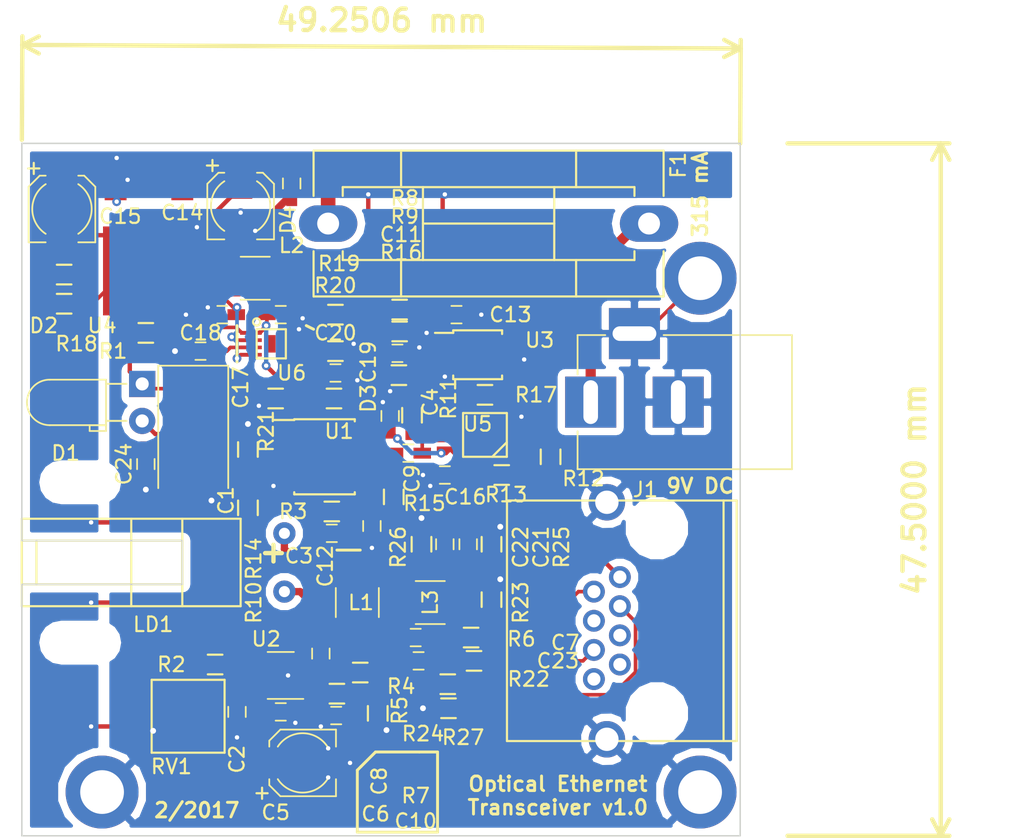
<source format=kicad_pcb>
(kicad_pcb (version 20240108) (generator "pcbnew") (generator_version "8.0")
  (layers (0 "F.Cu" signal) (31 "B.Cu" signal) (34 "B.Paste" user) (35 "F.Paste" user) (36 "B.SilkS" user "B.Silkscreen") (37 "F.SilkS" user "F.Silkscreen") (38 "B.Mask" user) (39 "F.Mask" user) (44 "Edge.Cuts" user))
  (net 0 "")
  (net 1 "GND")
  (net 2 "Net-(C2-Pad1)")
  (net 3 "/~{DOUT}")
  (net 4 "Net-(C3-Pad2)")
  (net 5 "+5V")
  (net 6 "Net-(C7-Pad1)")
  (net 7 "Net-(C7-Pad2)")
  (net 8 "Net-(C8-Pad1)")
  (net 9 "Net-(C8-Pad2)")
  (net 10 "Net-(C9-Pad1)")
  (net 11 "Net-(C10-Pad1)")
  (net 12 "Net-(C11-Pad1)")
  (net 13 "Net-(C12-Pad2)")
  (net 14 "+9V")
  (net 15 "Net-(C18-Pad1)")
  (net 16 "Net-(C19-Pad1)")
  (net 17 "+24V")
  (net 18 "Net-(CON1-Pad1)")
  (net 19 "Net-(D2-Pad1)")
  (net 20 "Net-(D3-Pad1)")
  (net 21 "/Q")
  (net 22 "/~{Q}")
  (net 23 "Net-(J1-Pad4)")
  (net 24 "Net-(J1-Pad5)")
  (net 25 "/TX+")
  (net 26 "Net-(J1-Pad7)")
  (net 27 "Net-(L2-Pad2)")
  (net 28 "Net-(R2-Pad2)")
  (net 29 "Net-(R12-Pad2)")
  (net 30 "Net-(R13-Pad2)")
  (net 31 "Net-(R16-Pad1)")
  (net 32 "Net-(R17-Pad1)")
  (net 33 "Net-(R19-Pad2)")
  (net 34 "Net-(U3-Pad8)")
  (net 35 "Net-(J1-Pad8)")
  (net 36 "Net-(C21-Pad1)")
  (net 37 "Net-(C22-Pad1)")
  (net 38 "Net-(C23-Pad1)")
  (net 39 "Net-(C23-Pad2)")
  (net 40 "/TX-")
  (net 41 "Net-(L3-Pad2)")
  (net 42 "Net-(C1-Pad1)")
  (net 43 "Net-(C24-Pad2)")
  (footprint "Capacitors_SMD:C_0603_HandSoldering" (layer "F.Cu") (at 154.75 121.5 -90)
    (property "Reference" "C2")
    (property "Value" "2.2uF")
  )
  (footprint "Capacitors_SMD:C_0603_HandSoldering" (layer "F.Cu") (at 161.25 109.25 180)
    (property "Reference" "C3")
    (property "Value" "NC")
  )
  (footprint "Capacitors_SMD:C_0603_HandSoldering" (layer "F.Cu") (at 165.25 101.2 -90)
    (property "Reference" "C4")
    (property "Value" "100nF")
  )
  (footprint "Capacitors_SMD:CP_Elec_4x5.8" (layer "F.Cu") (at 159.25 125)
    (property "Reference" "C5")
    (property "Value" "10uF")
  )
  (footprint "Capacitors_SMD:C_0603_HandSoldering" (layer "F.Cu") (at 157.75 121.5)
    (property "Reference" "C6")
    (property "Value" "100nF")
  )
  (footprint "Capacitors_SMD:C_0603_HandSoldering" (layer "F.Cu") (at 167 116.4)
    (property "Reference" "C7")
    (property "Value" "22nF")
  )
  (footprint "Capacitors_SMD:C_0603_HandSoldering" (layer "F.Cu") (at 160.5 117.5 90)
    (property "Reference" "C8")
    (property "Value" "1uF")
  )
  (footprint "Capacitors_SMD:C_0603_HandSoldering" (layer "F.Cu") (at 166.5 103.75 180)
    (property "Reference" "C9")
    (property "Value" "22nF")
  )
  (footprint "Capacitors_SMD:C_0603_HandSoldering" (layer "F.Cu") (at 161.55 121.75 180)
    (property "Reference" "C10")
    (property "Value" "100nF")
  )
  (footprint "Capacitors_SMD:C_0603_HandSoldering" (layer "F.Cu") (at 165.75 96.9)
    (property "Reference" "C11")
    (property "Value" "1uF")
  )
  (footprint "Capacitors_SMD:C_0603_HandSoldering" (layer "F.Cu") (at 164 108.75 90)
    (property "Reference" "C12")
    (property "Value" "1uF")
  )
  (footprint "Capacitors_SMD:C_0603_HandSoldering" (layer "F.Cu") (at 169.8 94.25)
    (property "Reference" "C13")
    (property "Value" "100nF")
  )
  (footprint "Capacitors_SMD:CP_Elec_4x5.8" (layer "F.Cu") (at 155 86.8 -90)
    (property "Reference" "C14")
    (property "Value" "CP")
  )
  (footprint "Capacitors_SMD:CP_Elec_4x5.8" (layer "F.Cu") (at 142.75 87 -90)
    (property "Reference" "C15")
    (property "Value" "CP")
  )
  (footprint "Capacitors_SMD:C_0603_HandSoldering" (layer "F.Cu") (at 169 105.25 180)
    (property "Reference" "C16")
    (property "Value" "100nF")
  )
  (footprint "Capacitors_SMD:C_0603_HandSoldering" (layer "F.Cu") (at 153.75 94.25 180)
    (property "Reference" "C17")
    (property "Value" "1uF")
  )
  (footprint "Capacitors_SMD:C_0603_HandSoldering" (layer "F.Cu") (at 152.25 96.75 180)
    (property "Reference" "C18")
    (property "Value" "100nF")
  )
  (footprint "Capacitors_SMD:C_0603_HandSoldering" (layer "F.Cu") (at 161.5 98.25)
    (property "Reference" "C19")
    (property "Value" "100nF")
  )
  (footprint "Capacitors_SMD:C_0603_HandSoldering" (layer "F.Cu") (at 157.75 94.25)
    (property "Reference" "C20")
    (property "Value" "1uF")
  )
  (footprint "Connect:BARREL_JACK" (layer "F.Cu") (at 179 100.25 180)
    (property "Reference" "CON1" (hide yes))
    (property "Value" "BARREL_JACK")
  )
  (footprint "LEDs:LED_D3.0mm_Horicontal_O2.54mm" (layer "F.Cu") (at 148.25 99 -90)
    (property "Reference" "D1")
    (property "Value" "D_Photo")
  )
  (footprint "Resistors_SMD:R_0603_HandSoldering" (layer "F.Cu") (at 142.9 91.5 180)
    (property "Reference" "D2")
    (property "Value" "LED")
  )
  (footprint "Resistors_SMD:R_0603_HandSoldering" (layer "F.Cu") (at 161.4 100)
    (property "Reference" "D3")
    (property "Value" "LED")
  )
  (footprint "Fuse_Holders_and_Fuses:Fuseholder5x20_horiz_SemiClosed_Casing10x25mm" (layer "F.Cu") (at 172 88)
    (property "Reference" "F1")
    (property "Value" "Fuse")
  )
  (footprint "footprints:RJ45_AMPH" (layer "F.Cu") (at 180.11 112.25 90)
    (property "Reference" "J1")
    (property "Value" "RJ45")
  )
  (footprint "footprints:laserdiode_6mm" (layer "F.Cu") (at 145 111.25)
    (property "Reference" "LD1")
    (property "Value" "Laserdiode_1C2A")
  )
  (footprint "Resistors_SMD:R_0603_HandSoldering" (layer "F.Cu") (at 153.25 118.25 180)
    (property "Reference" "R2")
    (property "Value" "20k")
  )
  (footprint "Resistors_SMD:R_0603_HandSoldering" (layer "F.Cu") (at 161.25 107.75 180)
    (property "Reference" "R3")
    (property "Value" "1k")
  )
  (footprint "Resistors_SMD:R_0603_HandSoldering" (layer "F.Cu") (at 163.2 118.8)
    (property "Reference" "R4")
    (property "Value" "10k")
  )
  (footprint "Resistors_SMD:R_0603_HandSoldering" (layer "F.Cu") (at 164.4 121.6 -90)
    (property "Reference" "R5")
    (property "Value" "10")
  )
  (footprint "Resistors_SMD:R_0603_HandSoldering" (layer "F.Cu") (at 170.8 116.4)
    (property "Reference" "R6")
    (property "Value" "500R")
  )
  (footprint "Resistors_SMD:R_0603_HandSoldering" (layer "F.Cu") (at 161.6 120.25)
    (property "Reference" "R7")
    (property "Value" "10")
  )
  (footprint "Resistors_SMD:R_0603_HandSoldering" (layer "F.Cu") (at 165.9 93.9 180)
    (property "Reference" "R8")
    (property "Value" "1k2")
  )
  (footprint "Resistors_SMD:R_0603_HandSoldering" (layer "F.Cu") (at 165.9 95.4)
    (property "Reference" "R9")
    (property "Value" "4k7")
  )
  (footprint "Resistors_SMD:R_0603_HandSoldering" (layer "F.Cu") (at 155.5 107.5 90)
    (property "Reference" "R10")
    (property "Value" "2k2")
  )
  (footprint "Resistors_SMD:R_0603_HandSoldering" (layer "F.Cu") (at 166.75 101.15 -90)
    (property "Reference" "R11")
    (property "Value" "47k")
  )
  (footprint "Resistors_SMD:R_0603_HandSoldering" (layer "F.Cu") (at 176.25 104 90)
    (property "Reference" "R12")
    (property "Value" "50")
  )
  (footprint "Resistors_SMD:R_0603_HandSoldering" (layer "F.Cu") (at 172.9 105.25 180)
    (property "Reference" "R13")
    (property "Value" "50")
  )
  (footprint "Resistors_SMD:R_0603_HandSoldering" (layer "F.Cu") (at 155.5 103.5 90)
    (property "Reference" "R14")
    (property "Value" "2k2")
  )
  (footprint "Resistors_SMD:R_0603_HandSoldering" (layer "F.Cu") (at 165.5 106.75 -90)
    (property "Reference" "R15")
    (property "Value" "50")
  )
  (footprint "Resistors_SMD:R_0603_HandSoldering" (layer "F.Cu") (at 165.85 98.4 180)
    (property "Reference" "R16")
    (property "Value" "220")
  )
  (footprint "Resistors_SMD:R_0603_HandSoldering" (layer "F.Cu") (at 171.75 99.75 180)
    (property "Reference" "R17")
    (property "Value" "470k")
  )
  (footprint "Resistors_SMD:R_0603_HandSoldering" (layer "F.Cu") (at 142.9 93.5 180)
    (property "Reference" "R18")
    (property "Value" "2k2")
  )
  (footprint "Resistors_SMD:R_0603_HandSoldering" (layer "F.Cu") (at 161.5 94.25)
    (property "Reference" "R19")
    (property "Value" "12.4k")
  )
  (footprint "Resistors_SMD:R_0603_HandSoldering" (layer "F.Cu") (at 161.5 96.75)
    (property "Reference" "R20")
    (property "Value" "500")
  )
  (footprint "Resistors_SMD:R_0603_HandSoldering" (layer "F.Cu") (at 157.4 100)
    (property "Reference" "R21")
    (property "Value" "22k")
  )
  (footprint "Housings_SOIC:SOIC-8_3.9x4.9mm_Pitch1.27mm" (layer "F.Cu") (at 160.75 104)
    (property "Reference" "U1")
    (property "Value" "OPA695")
  )
  (footprint "TO_SOT_Packages_SMD:SOT-23-5" (layer "F.Cu") (at 157.75 119 180)
    (property "Reference" "U2")
    (property "Value" "MAX4390")
  )
  (footprint "Housings_SSOP:MSOP-8_3x3mm_Pitch0.65mm" (layer "F.Cu") (at 171.25 97)
    (property "Reference" "U3")
    (property "Value" "LT1713")
  )
  (footprint "footprints:umax8" (layer "F.Cu") (at 171.75 102.5 90)
    (property "Reference" "U5")
    (property "Value" "MAX4392")
  )
  (footprint "footprints:MLF2x2" (layer "F.Cu") (at 157.1 96.25)
    (property "Reference" "U6")
    (property "Value" "MIC2605")
  )
  (footprint "footprints:3mm_drill" (layer "F.Cu") (at 186.5 127)
    (property "Reference" "W1" (hide yes))
    (property "Value" "TEST_1P")
  )
  (footprint "footprints:3mm_drill" (layer "F.Cu") (at 145.5 127)
    (property "Reference" "W2" (hide yes))
    (property "Value" "TEST_1P")
  )
  (footprint "footprints:3mm_drill" (layer "F.Cu") (at 186.5 91.75)
    (property "Reference" "W3" (hide yes))
    (property "Value" "TEST_1P")
  )
  (footprint "footprints:DPAK3" (layer "F.Cu") (at 148.714 85 180)
    (property "Reference" "U4")
    (property "Value" "LM78M05CT")
  )
  (footprint "Capacitors_SMD:C_1210_HandSoldering" (layer "F.Cu") (at 163 114 90)
    (property "Reference" "L1")
    (property "Value" "10uH")
  )
  (footprint "Capacitors_SMD:C_1210_HandSoldering" (layer "F.Cu") (at 156 91.75)
    (property "Reference" "L2")
    (property "Value" "10uH")
  )
  (footprint "Resistors_SMD:R_0603_HandSoldering" (layer "F.Cu") (at 171 118 180)
    (property "Reference" "R22")
    (property "Value" "100")
  )
  (footprint "footprints:TC33k" (layer "F.Cu") (at 151.4 121.8 -90)
    (property "Reference" "RV1")
    (property "Value" "15k")
  )
  (footprint "Capacitors_SMD:C_0603_HandSoldering" (layer "F.Cu") (at 170.6 110 90)
    (property "Reference" "C21")
    (property "Value" "22nF")
  )
  (footprint "Capacitors_SMD:C_0603_HandSoldering" (layer "F.Cu") (at 169 110 90)
    (property "Reference" "C22")
    (property "Value" "22nF")
  )
  (footprint "Capacitors_SMD:C_0603_HandSoldering" (layer "F.Cu") (at 167.2 118)
    (property "Reference" "C23")
    (property "Value" "22nF")
  )
  (footprint "Capacitors_SMD:C_1210_HandSoldering" (layer "F.Cu") (at 168 114)
    (property "Reference" "L3")
    (property "Value" "10uH")
  )
  (footprint "Resistors_SMD:R_0603_HandSoldering" (layer "F.Cu") (at 172.2 113.8 90)
    (property "Reference" "R23")
    (property "Value" "47k")
  )
  (footprint "Resistors_SMD:R_0603_HandSoldering" (layer "F.Cu") (at 169.2 119.6)
    (property "Reference" "R24")
    (property "Value" "500R")
  )
  (footprint "Resistors_SMD:R_0603_HandSoldering" (layer "F.Cu") (at 172.2 110 90)
    (property "Reference" "R25")
    (property "Value" "47k")
  )
  (footprint "Resistors_SMD:R_0603_HandSoldering" (layer "F.Cu") (at 167.4 110 90)
    (property "Reference" "R26")
    (property "Value" "47k")
  )
  (footprint "Capacitors_SMD:C_0603_HandSoldering" (layer "F.Cu") (at 148.5 104.5 90)
    (property "Reference" "C24")
    (property "Value" "100nF")
  )
  (footprint "Resistors_SMD:R_0603_HandSoldering" (layer "F.Cu") (at 169.25 121.25 180)
    (property "Reference" "R27")
    (property "Value" "47k")
  )
  (footprint "Capacitors_SMD:C_0603_HandSoldering" (layer "F.Cu") (at 158.5 85.25 -90)
    (property "Reference" "D4")
    (property "Value" "D")
  )
  (footprint "Capacitors_Tantalum_SMD:CP_Tantalum_Case-V_EIA-7343-20_Reflow" (layer "F.Cu") (at 151.75 102.5 -90)
    (property "Reference" "C1")
    (property "Value" "47uF Tantal 35V")
  )
  (footprint "Resistors_SMD:R_0603_HandSoldering" (layer "F.Cu") (at 148.5 95.5 180)
    (property "Reference" "R1")
    (property "Value" "4k7")
  )
  (gr_line (start 163 125.5) (end 163.25 125.25) (stroke (width 0.2)) (layer "F.SilkS"))
  (gr_line (start 161.6 110.4) (end 163.2 110.4) (stroke (width 0.2)) (layer "F.SilkS"))
  (gr_line (start 164.25 124.25) (end 167.25 124.25) (stroke (width 0.2)) (layer "F.SilkS"))
  (gr_line (start 159.5 95) (end 160 95.25) (stroke (width 0.2)) (layer "F.SilkS"))
  (gr_line (start 163 129.75) (end 163 125.5) (stroke (width 0.2)) (layer "F.SilkS"))
  (gr_line (start 168.5 129.5) (end 168.5 129.75) (stroke (width 0.2)) (layer "F.SilkS"))
  (gr_line (start 167.25 129.75) (end 163 129.75) (stroke (width 0.2)) (layer "F.SilkS"))
  (gr_line (start 163.25 125.25) (end 164.25 124.25) (stroke (width 0.2)) (layer "F.SilkS"))
  (gr_line (start 168.5 124.25) (end 168.5 129.5) (stroke (width 0.2)) (layer "F.SilkS"))
  (gr_line (start 167.25 124.25) (end 168.5 124.25) (stroke (width 0.2)) (layer "F.SilkS"))
  (gr_line (start 154.75 97.5) (end 154.75 95) (stroke (width 0.2)) (layer "F.SilkS"))
  (gr_line (start 168.5 129.75) (end 167.25 129.75) (stroke (width 0.2)) (layer "F.SilkS"))
  (gr_line (start 151 112.75) (end 140 112.75) (stroke (width 0.1)) (layer "Edge.Cuts"))
  (gr_line (start 189.25 130) (end 140 130) (stroke (width 0.1)) (layer "Edge.Cuts"))
  (gr_line (start 151 109.75) (end 151 112.75) (stroke (width 0.1)) (layer "Edge.Cuts"))
  (gr_line (start 140 82.5) (end 189.25 82.5) (stroke (width 0.1)) (layer "Edge.Cuts"))
  (gr_line (start 140 130) (end 140 112.75) (stroke (width 0.1)) (layer "Edge.Cuts"))
  (gr_line (start 140 109.75) (end 151 109.75) (stroke (width 0.1)) (layer "Edge.Cuts"))
  (gr_line (start 189.25 82.5) (end 189.25 130) (stroke (width 0.1)) (layer "Edge.Cuts"))
  (gr_line (start 140 109.75) (end 140 82.5) (stroke (width 0.1)) (layer "Edge.Cuts"))
  (gr_text "2/2017" (at 152 128.25 0) (layer "F.SilkS") (effects (font (size 1 1) (thickness 0.2))))
  (gr_text "Optical Ethernet\nTransceiver v1.0" (at 176.75 127.25 0) (layer "F.SilkS") (effects (font (size 1 1) (thickness 0.2))))
  (gr_text "315 mA" (at 186.5 86 90) (layer "F.SilkS") (effects (font (size 1 1) (thickness 0.2))))
  (gr_text "9V DC" (at 186.5 106 0) (layer "F.SilkS") (effects (font (size 1 1) (thickness 0.2))))
  (gr_text "+" (at 157.25 110.5 0) (layer "F.SilkS") (effects (font (size 1.5 1.5) (thickness 0.3))))
  (dimension (type aligned) (layer "F.SilkS") (pts (xy 192.5 130) (xy 192.5 82.5)) (height 10.5) (gr_text "47.5000 mm" (at 201.2 106.25 90) (layer "F.SilkS") (effects (font (size 1.5 1.5) (thickness 0.3)))) (format (prefix "") (suffix "") (units 3) (units_format 1) (precision 4)) (style (thickness 0.3) (arrow_length 1.27) (text_position_mode 0) (extension_height 0.58642) (extension_offset 0) keep_text_aligned))
  (dimension (type aligned) (layer "F.SilkS") (pts (xy 140 82.25) (xy 189.25 82.5)) (height -6.507529) (gr_text "49.2506 mm" (at 164.66717 74.067578 359.709161) (layer "F.SilkS") (effects (font (size 1.5 1.5) (thickness 0.3)))) (format (prefix "") (suffix "") (units 3) (units_format 1) (precision 4)) (style (thickness 0.3) (arrow_length 1.27) (text_position_mode 0) (extension_height 0.58642) (extension_offset 0) keep_text_aligned))
  (segment (start 158.7 94.25) (end 158.749999 94.200001) (width 0.25) (layer "F.Cu") (net 1))
  (segment (start 162.6 96.75) (end 162.6 96.4) (width 0.3) (layer "F.Cu") (net 1))
  (segment (start 158.75 95.5) (end 159 95.25) (width 0.25) (layer "F.Cu") (net 1))
  (segment (start 164 109.7) (end 164 110.25) (width 0.3) (layer "F.Cu") (net 1))
  (segment (start 173.45 97.325) (end 174.438392 97.325) (width 0.25) (layer "F.Cu") (net 1))
  (segment (start 155.9 88.6) (end 156 88.5) (width 0.25) (layer "F.Cu") (net 1))
  (segment (start 160.35 121.5) (end 160.6 121.75) (width 0.25) (layer "F.Cu") (net 1))
  (segment (start 158.05 105.905) (end 157.345 105.905) (width 0.3) (layer "F.Cu") (net 1))
  (segment (start 186.5 91.75) (end 182.7 95.55) (width 0.25) (layer "F.Cu") (net 1))
  (segment (start 172.7 108.9) (end 172.8 108.8) (width 0.3) (layer "F.Cu") (net 1))
  (segment (start 151.75 105.75) (end 153 107) (width 0.25) (layer "F.Cu") (net 1))
  (segment (start 158.7 122.2) (end 158.75 122.25) (width 0.25) (layer "F.Cu") (net 1))
  (segment (start 167 95.4) (end 167.65 95.4) (width 0.25) (layer "F.Cu") (net 1))
  (segment (start 161.05 125.95) (end 161 126) (width 0.25) (layer "F.Cu") (net 1))
  (segment (start 168.05 105.95) (end 168 106) (width 0.25) (layer "F.Cu") (net 1))
  (segment (start 148.5 105.45) (end 148.5 106.25) (width 0.25) (layer "F.Cu") (net 1))
  (segment (start 162.6 96.4) (end 162.75 96.25) (width 0.3) (layer "F.Cu") (net 1))
  (segment (start 151.25 94.25) (end 151.25 93.786) (width 0.25) (layer "F.Cu") (net 1))
  (segment (start 166.85 96.9) (end 167.25 96.5) (width 0.25) (layer "F.Cu") (net 1))
  (segment (start 168.15 121.25) (end 167.5 121.25) (width 0.25) (layer "F.Cu") (net 1))
  (segment (start 149 91.25) (end 152 88.25) (width 0.3) (layer "F.Cu") (net 1))
  (segment (start 158.5 86.2) (end 158.3 86.2) (width 0.5) (layer "F.Cu") (net 1))
  (segment (start 158.3 86.2) (end 156 88.5) (width 0.5) (layer "F.Cu") (net 1))
  (segment (start 151.75 105.675) (end 151.75 105.75) (width 0.25) (layer "F.Cu") (net 1))
  (segment (start 158.85 119) (end 158.25 119) (width 0.25) (layer "F.Cu") (net 1))
  (segment (start 158.7 121.5) (end 158.7 122.2) (width 0.25) (layer "F.Cu") (net 1))
  (segment (start 182.7 95.55) (end 182 95.55) (width 0.25) (layer "F.Cu") (net 1))
  (segment (start 168.05 105.25) (end 167.5 105.25) (width 0.25) (layer "F.Cu") (net 1))
  (segment (start 162.45 98.25) (end 162.5 98.25) (width 0.3) (layer "F.Cu") (net 1))
  (segment (start 161.05 125) (end 161.05 124.05) (width 0.25) (layer "F.Cu") (net 1))
  (segment (start 158.7 121.5) (end 160.35 121.5) (width 0.25) (layer "F.Cu") (net 1))
  (segment (start 144.85 93.5) (end 147.1 91.25) (width 0.25) (layer "F.Cu") (net 1))
  (segment (start 144 93.5) (end 144.85 93.5) (width 0.25) (layer "F.Cu") (net 1))
  (segment (start 172.2 112.7) (end 172.5 112.7) (width 0.25) (layer "F.Cu") (net 1))
  (segment (start 174.15 101.525) (end 174.15 101.35) (width 0.3) (layer "F.Cu") (net 1))
  (segment (start 149 122.8) (end 149.6 122.8) (width 0.25) (layer "F.Cu") (net 1))
  (segment (start 165.25 100.25) (end 164.75 100.25) (width 0.25) (layer "F.Cu") (net 1))
  (segment (start 167.65 95.4) (end 167.75 95.5) (width 0.25) (layer "F.Cu") (net 1))
  (segment (start 162.6 96.75) (end 162.6 98.1) (width 0.3) (layer "F.Cu") (net 1))
  (segment (start 155 88.6) (end 155 87.25) (width 0.25) (layer "F.Cu") (net 1))
  (segment (start 165.25 100.25) (end 165.25 99.5) (width 0.25) (layer "F.Cu") (net 1))
  (segment (start 147.1 91.25) (end 148.714 91.25) (width 0.25) (layer "F.Cu") (net 1))
  (segment (start 146.264 88.8) (end 148.714 91.25) (width 0.3) (layer "F.Cu") (net 1))
  (segment (start 151.25 93.786) (end 148.714 91.25) (width 0.25) (layer "F.Cu") (net 1))
  (segment (start 156.3 100.45) (end 156.25 100.5) (width 0.25) (layer "F.Cu") (net 1))
  (segment (start 174.15 101.35) (end 174.25 101.25) (width 0.3) (layer "F.Cu") (net 1))
  (segment (start 161.05 125) (end 162.5 125) (width 0.25) (layer "F.Cu") (net 1))
  (segment (start 160.6 122.4) (end 160.5 122.5) (width 0.25) (layer "F.Cu") (net 1))
  (segment (start 166.7 96.9) (end 166.85 96.9) (width 0.25) (layer "F.Cu") (net 1))
  (segment (start 168.05 105.25) (end 168.05 105.95) (width 0.25) (layer "F.Cu") (net 1))
  (segment (start 164.4 122.7) (end 164.95 122.7) (width 0.25) (layer "F.Cu") (net 1))
  (segment (start 170.75 94.25) (end 171.5 94.25) (width 0.25) (layer "F.Cu") (net 1))
  (segment (start 151.3 96.75) (end 150.5 96.75) (width 0.25) (layer "F.Cu") (net 1))
  (segment (start 164.95 122.7) (end 165 122.75) (width 0.25) (layer "F.Cu") (net 1))
  (segment (start 162.6 98.1) (end 162.45 98.25) (width 0.3) (layer "F.Cu") (net 1))
  (segment (start 159 95.25) (end 158.95 95.25) (width 0.25) (layer "F.Cu") (net 1))
  (segment (start 169.05 98.45) (end 169 98.5) (width 0.25) (layer "F.Cu") (net 1))
  (segment (start 152.8 93.8) (end 152.75 93.75) (width 0.25) (layer "F.Cu") (net 1))
  (segment (start 161.05 125) (end 161.05 125.95) (width 0.25) (layer "F.Cu") (net 1))
  (segment (start 152.8 94.25) (end 152.8 93.8) (width 0.25) (layer "F.Cu") (net 1))
  (segment (start 156.3 100) (end 156.3 100.45) (width 0.25) (layer "F.Cu") (net 1))
  (segment (start 167.4 108.9) (end 167.4 108.2) (width 0.3) (layer "F.Cu") (net 1))
  (segment (start 172.5 112.7) (end 172.8 112.4) (width 0.25) (layer "F.Cu") (net 1))
  (segment (start 162.5 98.25) (end 163 98.75) (width 0.3) (layer "F.Cu") (net 1))
  (segment (start 155 88.6) (end 155.9 88.6) (width 0.25) (layer "F.Cu") (net 1))
  (segment (start 142.75 88.8) (end 146.264 88.8) (width 0.3) (layer "F.Cu") (net 1))
  (segment (start 174.438392 97.325) (end 174.438393 97.324999) (width 0.25) (layer "F.Cu") (net 1))
  (segment (start 158.5 95.5) (end 158.75 95.5) (width 0.25) (layer "F.Cu") (net 1))
  (segment (start 157.345 105.905) (end 157.25 106) (width 0.3) (layer "F.Cu") (net 1))
  (segment (start 172.2 108.9) (end 172.7 108.9) (width 0.3) (layer "F.Cu") (net 1))
  (segment (start 158.749999 94.200001) (end 158.950001 94.200001) (width 0.25) (layer "F.Cu") (net 1))
  (segment (start 173.45 97.975) (end 173.45 97.325) (width 0.25) (layer "F.Cu") (net 1))
  (segment (start 155.5 102.4) (end 155.5 101.75) (width 0.25) (layer "F.Cu") (net 1))
  (segment (start 154.75 122.45) (end 154.75 123.25) (width 0.3) (layer "F.Cu") (net 1))
  (segment (start 169.05 97.975) (end 169.05 98.45) (width 0.25) (layer "F.Cu") (net 1))
  (segment (start 160.6 121.75) (end 160.6 122.4) (width 0.25) (layer "F.Cu") (net 1))
  (segment (start 148.714 91.25) (end 149 91.25) (width 0.3) (layer "F.Cu") (net 1))
  (segment (start 152.8 94.25) (end 151.25 94.25) (width 0.25) (layer "F.Cu") (net 1))
  (segment (start 161.05 124.05) (end 161 124) (width 0.25) (layer "F.Cu") (net 1))
  (segment (start 158.950001 94.200001) (end 159.25 94.5) (width 0.25) (layer "F.Cu") (net 1))
  (via (at 160.5 122.5) (size 0.6) (drill 0.3) (layers "F.Cu" "B.Cu") (net 1))
  (via (at 149 122.8) (size 0.6) (drill 0.4) (layers "F.Cu" "B.Cu") (net 1))
  (via (at 165 122.75) (size 0.6) (drill 0.4) (layers "F.Cu" "B.Cu") (net 1))
  (via (at 167.5 105.25) (size 0.6) (drill 0.3) (layers "F.Cu" "B.Cu") (net 1))
  (via (at 162.75 96.25) (size 0.6) (drill 0.3) (layers "F.Cu" "B.Cu") (net 1))
  (via (at 158.25 119) (size 0.6) (drill 0.3) (layers "F.Cu" "B.Cu") (net 1))
  (via (at 148.5 106.25) (size 0.6) (drill 0.4) (layers "F.Cu" "B.Cu") (net 1))
  (via (at 153 107) (size 0.6) (drill 0.4) (layers "F.Cu" "B.Cu") (net 1))
  (via (at 159.25 94.5) (size 0.6) (drill 0.3) (layers "F.Cu" "B.Cu") (net 1))
  (via (at 150.5 96.75) (size 0.6) (drill 0.4) (layers "F.Cu" "B.Cu") (net 1))
  (via (at 167.25 96.5) (size 0.6) (drill 0.3) (layers "F.Cu" "B.Cu") (net 1))
  (via (at 155.5 101.75) (size 0.6) (drill 0.4) (layers "F.Cu" "B.Cu") (net 1))
  (via (at 167.4 108.2) (size 0.6) (drill 0.4) (layers "F.Cu" "B.Cu") (net 1))
  (via (at 165.25 99.5) (size 0.6) (drill 0.3) (layers "F.Cu" "B.Cu") (net 1))
  (via (at 172.8 108.8) (size 0.6) (drill 0.4) (layers "F.Cu" "B.Cu") (net 1))
  (via (at 152 88.25) (size 0.6) (drill 0.3) (layers "F.Cu" "B.Cu") (net 1))
  (via (at 172.8 112.4) (size 0.6) (drill 0.4) (layers "F.Cu" "B.Cu") (net 1))
  (via (at 162.5 125) (size 0.6) (drill 0.3) (layers "F.Cu" "B.Cu") (net 1))
  (via (at 167.75 95.5) (size 0.6) (drill 0.3) (layers "F.Cu" "B.Cu") (net 1))
  (via (at 174.438393 97.324999) (size 0.6) (drill 0.3) (layers "F.Cu" "B.Cu") (net 1))
  (via (at 168 106) (size 0.6) (drill 0.3) (layers "F.Cu" "B.Cu") (net 1))
  (via (at 156 88.5) (size 0.6) (drill 0.3) (layers "F.Cu" "B.Cu") (net 1))
  (via (at 163 98.75) (size 0.6) (drill 0.3) (layers "F.Cu" "B.Cu") (net 1))
  (via (at 155 87.25) (size 0.6) (drill 0.3) (layers "F.Cu" "B.Cu") (net 1))
  (via (at 152.75 93.75) (size 0.6) (drill 0.3) (layers "F.Cu" "B.Cu") (net 1))
  (via (at 174.25 101.25) (size 0.6) (drill 0.3) (layers "F.Cu" "B.Cu") (net 1))
  (via (at 158.75 122.25) (size 0.6) (drill 0.3) (layers "F.Cu" "B.Cu") (net 1))
  (via (at 167.5 121.25) (size 0.6) (drill 0.4) (layers "F.Cu" "B.Cu") (net 1))
  (via (at 171.5 94.25) (size 0.6) (drill 0.3) (layers "F.Cu" "B.Cu") (net 1))
  (via (at 161 124) (size 0.6) (drill 0.3) (layers "F.Cu" "B.Cu") (net 1))
  (via (at 154.75 123.25) (size 0.6) (drill 0.3) (layers "F.Cu" "B.Cu") (net 1))
  (via (at 169 98.5) (size 0.6) (drill 0.3) (layers "F.Cu" "B.Cu") (net 1))
  (via (at 159 95.25) (size 0.6) (drill 0.3) (layers "F.Cu" "B.Cu") (net 1))
  (via (at 164 110.25) (size 0.6) (drill 0.3) (layers "F.Cu" "B.Cu") (net 1))
  (via (at 151.25 94.25) (size 0.6) (drill 0.3) (layers "F.Cu" "B.Cu") (net 1))
  (via (at 161 126) (size 0.6) (drill 0.3) (layers "F.Cu" "B.Cu") (net 1))
  (via (at 157.25 106) (size 0.6) (drill 0.3) (layers "F.Cu" "B.Cu") (net 1))
  (via (at 164.75 100.25) (size 0.6) (drill 0.3) (layers "F.Cu" "B.Cu") (net 1))
  (via (at 156.25 100.5) (size 0.6) (drill 0.3) (layers "F.Cu" "B.Cu") (net 1))
  (segment (start 145.25 127.5) (end 145 127.5) (width 0.3) (layer "B.Cu") (net 1))
  (segment (start 149 123.5) (end 149 122.8) (width 0.25) (layer "B.Cu") (net 1))
  (segment (start 145.5 127) (end 149 123.5) (width 0.25) (layer "B.Cu") (net 1))
  (segment (start 154.75 120.325) (end 156.075 119) (width 0.3) (layer "F.Cu") (net 2))
  (segment (start 156.075 119) (end 157.07 119) (width 0.3) (layer "F.Cu") (net 2))
  (segment (start 157.07 119) (end 158.02 118.05) (width 0.3) (layer "F.Cu") (net 2))
  (segment (start 154.75 120.55) (end 154.75 120.325) (width 0.3) (layer "F.Cu") (net 2))
  (segment (start 158.02 118.05) (end 158.85 118.05) (width 0.3) (layer "F.Cu") (net 2))
  (segment (start 152.85 121.8) (end 153.5 121.8) (width 0.25) (layer "F.Cu") (net 2))
  (segment (start 154.75 120.775) (end 154.75 120.55) (width 0.3) (layer "F.Cu") (net 2))
  (segment (start 153.5 121.8) (end 154.75 120.55) (width 0.25) (layer "F.Cu") (net 2))
  (segment (start 162.975 104.635) (end 163.45 104.635) (width 0.3) (layer "F.Cu") (net 3))
  (segment (start 163.45 104.635) (end 164.485 104.635) (width 0.3) (layer "F.Cu") (net 3))
  (segment (start 162.35 107) (end 162.324999 106.974999) (width 0.3) (layer "F.Cu") (net 3))
  (segment (start 164.485 104.635) (end 165.5 105.65) (width 0.3) (layer "F.Cu") (net 3))
  (segment (start 165.5 105.65) (end 165.5 103.8) (width 0.3) (layer "F.Cu") (net 3))
  (segment (start 162.324999 106.974999) (end 162.324999 105.285001) (width 0.3) (layer "F.Cu") (net 3))
  (segment (start 162.35 107.75) (end 162.35 109.1) (width 0.3) (layer "F.Cu") (net 3))
  (segment (start 162.35 107.75) (end 162.35 107) (width 0.3) (layer "F.Cu") (net 3))
  (segment (start 162.35 109.1) (end 162.2 109.25) (width 0.3) (layer "F.Cu") (net 3))
  (segment (start 165.5 103.8) (end 165.55 103.75) (width 0.3) (layer "F.Cu") (net 3))
  (segment (start 162.324999 105.285001) (end 162.975 104.635) (width 0.3) (layer "F.Cu") (net 3))
  (segment (start 156.975 103.365) (end 158.05 103.365) (width 0.3) (layer "F.Cu") (net 4))
  (segment (start 160.3 109.25) (end 160.3 107.9) (width 0.3) (layer "F.Cu") (net 4))
  (segment (start 160.3 107.9) (end 160.15 107.75) (width 0.3) (layer "F.Cu") (net 4))
  (segment (start 154.236766 103.365) (end 156.975 103.365) (width 0.3) (layer "F.Cu") (net 4))
  (segment (start 158.525 103.365) (end 160.15 104.99) (width 0.3) (layer "F.Cu") (net 4))
  (segment (start 153.311765 102.439999) (end 154.236766 103.365) (width 0.3) (layer "F.Cu") (net 4))
  (segment (start 160.15 107) (end 160.15 107.75) (width 0.3) (layer "F.Cu") (net 4))
  (segment (start 157.575 103.365) (end 158.05 103.365) (width 0.25) (layer "F.Cu") (net 4))
  (segment (start 158.05 103.365) (end 158.525 103.365) (width 0.3) (layer "F.Cu") (net 4))
  (segment (start 160.15 104.99) (end 160.15 107) (width 0.3) (layer "F.Cu") (net 4))
  (segment (start 148.25 101.54) (end 149.149999 102.439999) (width 0.3) (layer "F.Cu") (net 4))
  (segment (start 149.149999 102.439999) (end 153.311765 102.439999) (width 0.3) (layer "F.Cu") (net 4))
  (segment (start 165.25 102.15) (end 163.505 102.15) (width 0.25) (layer "F.Cu") (net 5))
  (segment (start 149.25 125) (end 146.75 122.5) (width 0.3) (layer "F.Cu") (net 5))
  (segment (start 163.45 102.095) (end 163.45 101.495) (width 0.3) (layer "F.Cu") (net 5))
  (segment (start 151.25 114) (end 144.75 114) (width 0.3) (layer "F.Cu") (net 5))
  (segment (start 141.8 90.580002) (end 141.8 91.5) (width 0.3) (layer "F.Cu") (net 5))
  (segment (start 146.428 85) (end 147.25 85) (width 0.3) (layer "F.Cu") (net 5))
  (segment (start 168.75 103.75) (end 169.075 103.75) (width 0.3) (layer "F.Cu") (net 5))
  (segment (start 146.428 86.428) (end 146.5 86.5) (width 0.3) (layer "F.Cu") (net 5))
  (segment (start 165.25 102.25) (end 165.75 102.75) (width 0.3) (layer "F.Cu") (net 5))
  (segment (start 152.25 109.25) (end 151.5 108.5) (width 0.3) (layer "F.Cu") (net 5))
  (segment (start 169.95 105.25) (end 169.95 104.075) (width 0.25) (layer "F.Cu") (net 5))
  (segment (start 146.428 83.572) (end 146.5 83.5) (width 0.3) (layer "F.Cu") (net 5))
  (segment (start 152.25 113) (end 151.25 114) (width 0.3) (layer "F.Cu") (net 5))
  (segment (start 165.25 102.15) (end 165.25 102.25) (width 0.3) (layer "F.Cu") (net 5))
  (segment (start 155.5 108.6) (end 155.5 109.45) (width 0.25) (layer "F.Cu") (net 5))
  (segment (start 169.95 104.075) (end 169.35 103.475) (width 0.25) (layer "F.Cu") (net 5))
  (segment (start 169.075 103.75) (end 169.35 103.475) (width 0.3) (layer "F.Cu") (net 5))
  (segment (start 156.8 124.35) (end 157.45 125) (width 0.25) (layer "F.Cu") (net 5))
  (segment (start 154.35 111.35) (end 152.25 109.25) (width 0.3) (layer "F.Cu") (net 5))
  (segment (start 152.25 109.25) (end 152.25 113) (width 0.3) (layer "F.Cu") (net 5))
  (segment (start 151.5 108.5) (end 144.75 108.5) (width 0.3) (layer "F.Cu") (net 5))
  (segment (start 163.45 101.495) (end 163.75 101.195) (width 0.3) (layer "F.Cu") (net 5))
  (segment (start 154.35 118.25) (end 154.35 111.35) (width 0.3) (layer "F.Cu") (net 5))
  (segment (start 146.428 85) (end 142.95 85) (width 1) (layer "F.Cu") (net 5))
  (segment (start 168.85 94.25) (end 168.85 95.825) (width 0.25) (layer "F.Cu") (net 5))
  (segment (start 156.65 121.35) (end 156.8 121.5) (width 0.25) (layer "F.Cu") (net 5))
  (segment (start 163.45 103.365) (end 163.45 102.095) (width 0.25) (layer "F.Cu") (net 5))
  (segment (start 168.85 94.25) (end 168.85 86.15) (width 0.3) (layer "F.Cu") (net 5))
  (segment (start 141.25 90.030002) (end 141.8 90.580002) (width 0.3) (layer "F.Cu") (net 5))
  (segment (start 163.75 101.195) (end 163.75 86) (width 0.3) (layer "F.Cu") (net 5))
  (segment (start 156.65 119.95) (end 156.65 121.35) (width 0.25) (layer "F.Cu") (net 5))
  (segment (start 168.85 86.15) (end 169 86) (width 0.3) (layer "F.Cu") (net 5))
  (segment (start 163.505 102.15) (end 163.45 102.095) (width 0.25) (layer "F.Cu") (net 5))
  (segment (start 146.75 122.5) (end 144.75 122.5) (width 0.3) (layer "F.Cu") (net 5))
  (segment (start 146.428 85) (end 146.428 86.428) (width 0.3) (layer "F.Cu") (net 5))
  (segment (start 142.75 85.2) (end 142.75 85.7) (width 0.3) (layer "F.Cu") (net 5))
  (segment (start 167 93.9) (end 168.5 93.9) (width 0.25) (layer "F.Cu") (net 5))
  (segment (start 155.5 109.45) (end 154.35 110.6) (width 0.25) (layer "F.Cu") (net 5))
  (segment (start 168.5 93.9) (end 168.85 94.25) (width 0.25) (layer "F.Cu") (net 5))
  (segment (start 168.85 95.825) (end 169.05 96.025) (width 0.25) (layer "F.Cu") (net 5))
  (segment (start 156.8 121.5) (end 156.8 124.35) (width 0.25) (layer "F.Cu") (net 5))
  (segment (start 146.428 85) (end 146.428 83.572) (width 0.3) (layer "F.Cu") (net 5))
  (segment (start 154.35 110.6) (end 154.35 111.35) (width 0.25) (layer "F.Cu") (net 5))
  (segment (start 142.75 85.7) (end 141.25 87.2) (width 0.3) (layer "F.Cu") (net 5))
  (segment (start 157.45 125) (end 149.25 125) (width 0.3) (layer "F.Cu") (net 5))
  (segment (start 142.95 85) (end 142.75 85.2) (width 1) (layer "F.Cu") (net 5))
  (segment (start 141.25 87.2) (end 141.25 90.030002) (width 0.3) (layer "F.Cu") (net 5))
  (via (at 144.75 108.5) (size 0.6) (drill 0.3) (layers "F.Cu" "B.Cu") (net 5))
  (via (at 163.75 86) (size 0.6) (drill 0.3) (layers "F.Cu" "B.Cu") (net 5))
  (via (at 168.75 103.75) (size 0.6) (drill 0.3) (layers "F.Cu" "B.Cu") (net 5))
  (via (at 144.75 114) (size 0.6) (drill 0.3) (layers "F.Cu" "B.Cu") (net 5))
  (via (at 165.75 102.75) (size 0.6) (drill 0.3) (layers "F.Cu" "B.Cu") (net 5))
  (via (at 146.5 86.5) (size 0.6) (drill 0.3) (layers "F.Cu" "B.Cu") (net 5))
  (via (at 146.5 83.5) (size 0.6) (drill 0.3) (layers "F.Cu" "B.Cu") (net 5))
  (via (at 144.75 122.5) (size 0.6) (drill 0.3) (layers "F.Cu" "B.Cu") (net 5))
  (via (at 169 86) (size 0.6) (drill 0.3) (layers "F.Cu" "B.Cu") (net 5))
  (via (at 147.25 85) (size 0.6) (drill 0.3) (layers "F.Cu" "B.Cu") (net 5))
  (segment (start 165.75 102.75) (end 166.75 103.75) (width 0.3) (layer "B.Cu") (net 5))
  (segment (start 166.75 103.75) (end 168.75 103.75) (width 0.3) (layer "B.Cu") (net 5))
  (segment (start 167.8 115.2) (end 167.4 115.6) (width 0.25) (layer "F.Cu") (net 6))
  (segment (start 159.67237 112) (end 161.25 112) (width 0.5) (layer "F.Cu") (net 6))
  (segment (start 158 110.32763) (end 159.67237 112) (width 0.5) (layer "F.Cu") (net 6))
  (segment (start 166.8 112) (end 167.8 113) (width 0.25) (layer "F.Cu") (net 6))
  (segment (start 167.8 113) (end 167.8 115.2) (width 0.25) (layer "F.Cu") (net 6))
  (segment (start 161.25 112) (end 163 112) (width 0.5) (layer "F.Cu") (net 6))
  (segment (start 158 109.25) (end 158 110.32763) (width 0.5) (layer "F.Cu") (net 6))
  (segment (start 167.4 115.6) (end 167.075 115.6) (width 0.25) (layer "F.Cu") (net 6))
  (segment (start 167.075 115.6) (end 166.275 116.4) (width 0.25) (layer "F.Cu") (net 6))
  (segment (start 166.275 116.4) (end 166.05 116.4) (width 0.25) (layer "F.Cu") (net 6))
  (segment (start 163 112) (end 166.8 112) (width 0.25) (layer "F.Cu") (net 6))
  (segment (start 167.95 116.4) (end 169.7 116.4) (width 0.25) (layer "F.Cu") (net 7))
  (segment (start 158.85 119.95) (end 160.2 119.95) (width 0.3) (layer "F.Cu") (net 8))
  (segment (start 160.2 119.95) (end 160.5 120.25) (width 0.3) (layer "F.Cu") (net 8))
  (segment (start 160.5 120.25) (end 160.5 118.45) (width 0.3) (layer "F.Cu") (net 8))
  (segment (start 159.875001 117.399999) (end 157.505001 117.399999) (width 0.25) (layer "F.Cu") (net 9))
  (segment (start 162.1 118.375) (end 162.1 118.8) (width 0.25) (layer "F.Cu") (net 9))
  (segment (start 157.505001 117.399999) (end 156.855 118.05) (width 0.25) (layer "F.Cu") (net 9))
  (segment (start 156.855 118.05) (end 156.65 118.05) (width 0.25) (layer "F.Cu") (net 9))
  (segment (start 160.5 116.55) (end 160.5 116.775) (width 0.25) (layer "F.Cu") (net 9))
  (segment (start 160.5 116.775) (end 159.875001 117.399999) (width 0.25) (layer "F.Cu") (net 9))
  (segment (start 156.65 118.05) (end 156.445 118.05) (width 0.3) (layer "F.Cu") (net 9))
  (segment (start 160.5 116.775) (end 162.1 118.375) (width 0.25) (layer "F.Cu") (net 9))
  (segment (start 167.45 102.95) (end 166.75 102.25) (width 0.25) (layer "F.Cu") (net 10))
  (segment (start 170.25 97.55) (end 170.025 97.325) (width 0.25) (layer "F.Cu") (net 10))
  (segment (start 170.025 97.325) (end 169.05 97.325) (width 0.25) (layer "F.Cu") (net 10))
  (segment (start 166.75 102.25) (end 166.75 102.014998) (width 0.25) (layer "F.Cu") (net 10))
  (segment (start 167.45 103.75) (end 167.45 102.95) (width 0.25) (layer "F.Cu") (net 10))
  (segment (start 170.25 98.514998) (end 170.25 97.55) (width 0.25) (layer "F.Cu") (net 10))
  (segment (start 166.75 102.014998) (end 170.25 98.514998) (width 0.25) (layer "F.Cu") (net 10))
  (segment (start 163 116) (end 163 117.25) (width 0.25) (layer "F.Cu") (net 11))
  (segment (start 163.025001 119.924999) (end 162.7 120.25) (width 0.25) (layer "F.Cu") (net 11))
  (segment (start 162.5 120.45) (end 162.7 120.25) (width 0.3) (layer "F.Cu") (net 11))
  (segment (start 162.5 121.75) (end 162.5 120.45) (width 0.3) (layer "F.Cu") (net 11))
  (segment (start 163 117.25) (end 163.025001 117.275001) (width 0.25) (layer "F.Cu") (net 11))
  (segment (start 163.025001 117.275001) (end 163.025001 119.924999) (width 0.25) (layer "F.Cu") (net 11))
  (segment (start 164.8 96.9) (end 164.8 95.4) (width 0.25) (layer "F.Cu") (net 12))
  (segment (start 164.75 98.4) (end 164.75 96.95) (width 0.25) (layer "F.Cu") (net 12))
  (segment (start 164.8 95.4) (end 164.8 93.9) (width 0.25) (layer "F.Cu") (net 12))
  (segment (start 166.75 99.9) (end 165.25 98.4) (width 0.25) (layer "F.Cu") (net 12))
  (segment (start 164.75 96.95) (end 164.8 96.9) (width 0.25) (layer "F.Cu") (net 12))
  (segment (start 166.75 100.05) (end 166.75 99.9) (width 0.25) (layer "F.Cu") (net 12))
  (segment (start 165.25 98.4) (end 164.75 98.4) (width 0.25) (layer "F.Cu") (net 12))
  (segment (start 165.45 107.8) (end 165.5 107.85) (width 0.3) (layer "F.Cu") (net 13))
  (segment (start 164 107.8) (end 165.45 107.8) (width 0.3) (layer "F.Cu") (net 13))
  (segment (start 155 97) (end 154.75 97.25) (width 0.25) (layer "F.Cu") (net 14))
  (segment (start 154.614001 96) (end 154.39 95.775999) (width 0.25) (layer "F.Cu") (net 14))
  (segment (start 159.875 84.3) (end 160.99926 85.42426) (width 1) (layer "F.Cu") (net 14))
  (segment (start 160.99926 85.42426) (end 160.99926 85.75032) (width 1) (layer "F.Cu") (net 14))
  (segment (start 158.5 84.3) (end 159.875 84.3) (width 1) (layer "F.Cu") (net 14))
  (segment (start 154.75 94.2) (end 154.75 94.174264) (width 0.25) (layer "F.Cu") (net 14))
  (segment (start 153.25 90) (end 154 90.75) (width 0.3) (layer "F.Cu") (net 14))
  (segment (start 155 85) (end 151 85) (width 1) (layer "F.Cu") (net 14))
  (segment (start 153.25 87.25) (end 153.25 90) (width 0.3) (layer "F.Cu") (net 14))
  (segment (start 155.7 97) (end 154.999994 97) (width 0.25) (layer "F.Cu") (net 14))
  (segment (start 154.7 96) (end 154.614001 96) (width 0.25) (layer "F.Cu") (net 14))
  (segment (start 154.5 93.75) (end 154.75 93.75) (width 0.25) (layer "F.Cu") (net 14))
  (segment (start 154 93.25) (end 154.5 93.75) (width 0.25) (layer "F.Cu") (net 14))
  (segment (start 155.7 96) (end 154.7 96) (width 0.25) (layer "F.Cu") (net 14))
  (segment (start 154 90.75) (end 154 91.75) (width 0.3) (layer "F.Cu") (net 14))
  (segment (start 155 85) (end 155.7 84.3) (width 1) (layer "F.Cu") (net 14))
  (segment (start 154 91.75) (end 154 93.25) (width 0.25) (layer "F.Cu") (net 14))
  (segment (start 155 85.5) (end 153.25 87.25) (width 0.3) (layer "F.Cu") (net 14))
  (segment (start 155 85) (end 155 85.5) (width 0.3) (layer "F.Cu") (net 14))
  (segment (start 154.7 94.25) (end 154.75 94.2) (width 0.25) (layer "F.Cu") (net 14))
  (segment (start 154.225 91.75) (end 154 91.75) (width 0.3) (layer "F.Cu") (net 14))
  (segment (start 155.7 84.3) (end 158.5 84.3) (width 1) (layer "F.Cu") (net 14))
  (segment (start 154.999994 97) (end 154.749994 97.25) (width 0.25) (layer "F.Cu") (net 14))
  (segment (start 154.75 94.174264) (end 154.75 93.75) (width 0.25) (layer "F.Cu") (net 14))
  (segment (start 154.75 97.25) (end 154.749994 97.25) (width 0.25) (layer "F.Cu") (net 14))
  (segment (start 160.99926 85.75032) (end 160.99926 88) (width 1) (layer "F.Cu") (net 14))
  (via (at 154.39 95.775999) (size 0.6) (drill 0.3) (layers "F.Cu" "B.Cu") (net 14))
  (via (at 154.75 93.75) (size 0.6) (drill 0.3) (layers "F.Cu" "B.Cu") (net 14))
  (via (at 154.749994 97.25) (size 0.6) (drill 0.3) (layers "F.Cu" "B.Cu") (net 14))
  (segment (start 154.75 95.415999) (end 154.75 94.174264) (width 0.25) (layer "B.Cu") (net 14))
  (segment (start 154.749994 96.825736) (end 154.749994 97.25) (width 0.25) (layer "B.Cu") (net 14))
  (segment (start 154.749994 96.135993) (end 154.749994 96.825736) (width 0.25) (layer "B.Cu") (net 14))
  (segment (start 154.39 95.775999) (end 154.75 95.415999) (width 0.25) (layer "B.Cu") (net 14))
  (segment (start 154.39 95.775999) (end 154.749994 96.135993) (width 0.25) (layer "B.Cu") (net 14))
  (segment (start 154.75 94.174264) (end 154.75 93.75) (width 0.25) (layer "B.Cu") (net 14))
  (segment (start 154.3 96.5) (end 154.7 96.5) (width 0.25) (layer "F.Cu") (net 15))
  (segment (start 154.7 96.5) (end 155.7 96.5) (width 0.25) (layer "F.Cu") (net 15))
  (segment (start 154.05 96.75) (end 154.3 96.5) (width 0.25) (layer "F.Cu") (net 15))
  (segment (start 153.2 96.75) (end 154.05 96.75) (width 0.25) (layer "F.Cu") (net 15))
  (segment (start 159.075 97) (end 158.5 97) (width 0.25) (layer "F.Cu") (net 16))
  (segment (start 160.325 98.25) (end 159.075 97) (width 0.25) (layer "F.Cu") (net 16))
  (segment (start 160.55 98.25) (end 160.325 98.25) (width 0.25) (layer "F.Cu") (net 16))
  (segment (start 160.25 94.25) (end 159.5 93.5) (width 0.25) (layer "F.Cu") (net 17))
  (segment (start 156.325 95.5) (end 156.749996 95.075004) (width 0.25) (layer "F.Cu") (net 17))
  (segment (start 160.15 94.25) (end 160 94.25) (width 0.25) (layer "F.Cu") (net 17))
  (segment (start 156.449997 95.299999) (end 156.749996 95) (width 0.25) (layer "F.Cu") (net 17))
  (segment (start 154.7 95.125) (end 150.825 95.125) (width 0.25) (layer "F.Cu") (net 17))
  (segment (start 156.8 94.949996) (end 156.749996 95) (width 0.25) (layer "F.Cu") (net 17))
  (segment (start 155.7 95.5) (end 155.075 95.5) (width 0.25) (layer "F.Cu") (net 17))
  (segment (start 157.025 94.25) (end 156.8 94.25) (width 0.25) (layer "F.Cu") (net 17))
  (segment (start 162.5 100) (end 162.35 100) (width 0.3) (layer "F.Cu") (net 17))
  (segment (start 155.075 95.5) (end 154.7 95.125) (width 0.25) (layer "F.Cu") (net 17))
  (segment (start 150.825 95.125) (end 150.45 95.5) (width 0.25) (layer "F.Cu") (net 17))
  (segment (start 160.4 94.25) (end 160.25 94.25) (width 0.25) (layer "F.Cu") (net 17))
  (segment (start 156.749996 95.075004) (end 156.749996 95) (width 0.25) (layer "F.Cu") (net 17))
  (segment (start 157.775 93.5) (end 157.025 94.25) (width 0.25) (layer "F.Cu") (net 17))
  (segment (start 156 95.5) (end 156.249996 95.5) (width 0.25) (layer "F.Cu") (net 17))
  (segment (start 162.35 100) (end 161.325001 98.975001) (width 0.3) (layer "F.Cu") (net 17))
  (segment (start 161.325001 98.975001) (end 157.975001 98.975001) (width 0.3) (layer "F.Cu") (net 17))
  (segment (start 156.249996 95.5) (end 156.449997 95.299999) (width 0.25) (layer "F.Cu") (net 17))
  (segment (start 159.5 93.5) (end 157.775 93.5) (width 0.25) (layer "F.Cu") (net 17))
  (segment (start 155.7 95.5) (end 156.325 95.5) (width 0.25) (layer "F.Cu") (net 17))
  (segment (start 156.8 94.25) (end 156.8 94.949996) (width 0.25) (layer "F.Cu") (net 17))
  (segment (start 157.049999 98.049999) (end 156.75 97.75) (width 0.3) (layer "F.Cu") (net 17))
  (segment (start 150.45 95.5) (end 149.6 95.5) (width 0.25) (layer "F.Cu") (net 17))
  (segment (start 157.975001 98.975001) (end 157.049999 98.049999) (width 0.3) (layer "F.Cu") (net 17))
  (via (at 156.749996 95) (size 0.6) (drill 0.3) (layers "F.Cu" "B.Cu") (net 17))
  (via (at 156.75 97.75) (size 0.6) (drill 0.3) (layers "F.Cu" "B.Cu") (net 17))
  (segment (start 156.75 95.000004) (end 156.749996 95) (width 0.3) (layer "B.Cu") (net 17))
  (segment (start 156.75 97.75) (end 156.75 95.000004) (width 0.3) (layer "B.Cu") (net 17))
  (segment (start 179 91.25017) (end 182.25017 88) (width 0.7) (layer "F.Cu") (net 18))
  (segment (start 182.25017 88) (end 183.00074 88) (width 0.7) (layer "F.Cu") (net 18))
  (segment (start 179 100.25) (end 179 91.25017) (width 0.7) (layer "F.Cu") (net 18))
  (segment (start 143.85 91.5) (end 141.85 93.5) (width 0.3) (layer "F.Cu") (net 19))
  (segment (start 144 91.5) (end 143.85 91.5) (width 0.3) (layer "F.Cu") (net 19))
  (segment (start 141.85 93.5) (end 141.8 93.5) (width 0.3) (layer "F.Cu") (net 19))
  (segment (start 160.3 100) (end 158.5 100) (width 0.3) (layer "F.Cu") (net 20))
  (segment (start 176.25 105.1) (end 176.1 105.1) (width 0.5) (layer "F.Cu") (net 21))
  (segment (start 175.9 105.1) (end 173.050001 107.949999) (width 0.3) (layer "F.Cu") (net 21))
  (segment (start 173.050001 107.949999) (end 170.850001 107.949999) (width 0.3) (layer "F.Cu") (net 21))
  (segment (start 170.850001 107.949999) (end 170.6 108.2) (width 0.3) (layer "F.Cu") (net 21))
  (segment (start 176.25 105.1) (end 175.9 105.1) (width 0.3) (layer "F.Cu") (net 21))
  (segment (start 170.6 108.2) (end 170.6 109.05) (width 0.3) (layer "F.Cu") (net 21))
  (segment (start 170.375012 107.449988) (end 169 108.825) (width 0.3) (layer "F.Cu") (net 22))
  (segment (start 169 108.825) (end 169 109.05) (width 0.3) (layer "F.Cu") (net 22))
  (segment (start 172.750012 107.449988) (end 170.375012 107.449988) (width 0.3) (layer "F.Cu") (net 22))
  (segment (start 174 105.25) (end 174 106.2) (width 0.3) (layer "F.Cu") (net 22))
  (segment (start 174 105.25) (end 174.15 105.25) (width 0.5) (layer "F.Cu") (net 22))
  (segment (start 174 106.2) (end 172.750012 107.449988) (width 0.3) (layer "F.Cu") (net 22))
  (segment (start 178.470001 117.999999) (end 179.22 117.25) (width 0.25) (layer "F.Cu") (net 25))
  (segment (start 171.9 117.8) (end 172.1 118) (width 0.25) (layer "F.Cu") (net 25))
  (segment (start 171.9 116.4) (end 171.9 117.8) (width 0.25) (layer "F.Cu") (net 25))
  (segment (start 172.2 116.1) (end 171.9 116.4) (width 0.25) (layer "F.Cu") (net 25))
  (segment (start 172.1 118) (end 178.470001 117.999999) (width 0.25) (layer "F.Cu") (net 25))
  (segment (start 172.2 114.9) (end 172.2 116.1) (width 0.25) (layer "F.Cu") (net 25))
  (segment (start 172 118.1) (end 172.1 118) (width 0.25) (layer "F.Cu") (net 25))
  (segment (start 160.5 95.75) (end 159.75 95.75) (width 0.25) (layer "F.Cu") (net 27))
  (segment (start 159.5 96) (end 158.5 96) (width 0.25) (layer "F.Cu") (net 27))
  (segment (start 158 91.75) (end 158 92) (width 0.25) (layer "F.Cu") (net 27))
  (segment (start 161.5 93.5) (end 161.5 94.75) (width 0.25) (layer "F.Cu") (net 27))
  (segment (start 161.5 94.75) (end 160.5 95.75) (width 0.25) (layer "F.Cu") (net 27))
  (segment (start 159.75 95.75) (end 159.5 96) (width 0.25) (layer "F.Cu") (net 27))
  (segment (start 158 91.75) (end 159.75 91.75) (width 0.25) (layer "F.Cu") (net 27))
  (segment (start 159.75 91.75) (end 161.5 93.5) (width 0.25) (layer "F.Cu") (net 27))
  (segment (start 152.15 118.25) (end 151.275 118.25) (width 0.25) (layer "F.Cu") (net 28))
  (segment (start 151.275 118.25) (end 149.6 119.925) (width 0.25) (layer "F.Cu") (net 28))
  (segment (start 152.25 118.35) (end 152.15 118.25) (width 0.3) (layer "F.Cu") (net 28))
  (segment (start 149.6 119.925) (end 149.6 120.8) (width 0.25) (layer "F.Cu") (net 28))
  (segment (start 152.15 118.25) (end 152.15 118.45) (width 0.3) (layer "F.Cu") (net 28))
  (segment (start 174.15 102.825) (end 176.175 102.825) (width 0.25) (layer "F.Cu") (net 29))
  (segment (start 174.15 103.475) (end 174.15 102.825) (width 0.25) (layer "F.Cu") (net 29))
  (segment (start 176.175 102.825) (end 176.25 102.9) (width 0.25) (layer "F.Cu") (net 29))
  (segment (start 169.35 102.175) (end 169.35 102.825) (width 0.3) (layer "F.Cu") (net 30))
  (segment (start 171.8 104.075) (end 171.8 104.5) (width 0.3) (layer "F.Cu") (net 30))
  (segment (start 169.35 102.825) (end 170.55 102.825) (width 0.3) (layer "F.Cu") (net 30))
  (segment (start 170.55 102.825) (end 171.8 104.075) (width 0.3) (layer "F.Cu") (net 30))
  (segment (start 171.8 104.5) (end 171.8 105.25) (width 0.3) (layer "F.Cu") (net 30))
  (segment (start 170.75 97.363589) (end 170.061411 96.675) (width 0.25) (layer "F.Cu") (net 31))
  (segment (start 170.65 99.75) (end 170.65 99.35) (width 0.25) (layer "F.Cu") (net 31))
  (segment (start 170.75 99.25) (end 170.75 97.363589) (width 0.25) (layer "F.Cu") (net 31))
  (segment (start 167.75 97.75) (end 167.75 96.95) (width 0.3) (layer "F.Cu") (net 31))
  (segment (start 167.1 98.4) (end 167.75 97.75) (width 0.3) (layer "F.Cu") (net 31))
  (segment (start 170.061411 96.675) (end 170.025 96.675) (width 0.25) (layer "F.Cu") (net 31))
  (segment (start 167.75 96.95) (end 168.025 96.675) (width 0.3) (layer "F.Cu") (net 31))
  (segment (start 166.95 98.4) (end 167.1 98.4) (width 0.3) (layer "F.Cu") (net 31))
  (segment (start 168.025 96.675) (end 169.05 96.675) (width 0.3) (layer "F.Cu") (net 31))
  (segment (start 170.025 96.675) (end 169.05 96.675) (width 0.25) (layer "F.Cu") (net 31))
  (segment (start 170.65 99.35) (end 170.75 99.25) (width 0.25) (layer "F.Cu") (net 31))
  (segment (start 172.5 101.75) (end 172.925 102.175) (width 0.25) (layer "F.Cu") (net 32))
  (segment (start 172.925 102.175) (end 174.15 102.175) (width 0.25) (layer "F.Cu") (net 32))
  (segment (start 172 98.2) (end 172.85 99.05) (width 0.25) (layer "F.Cu") (net 32))
  (segment (start 173.45 96.675) (end 172.475 96.675) (width 0.25) (layer "F.Cu") (net 32))
  (segment (start 172 97.15) (end 172 98.2) (width 0.25) (layer "F.Cu") (net 32))
  (segment (start 172.5 100.1) (end 172.5 101.75) (width 0.25) (layer "F.Cu") (net 32))
  (segment (start 172.85 99.75) (end 172.5 100.1) (width 0.25) (layer "F.Cu") (net 32))
  (segment (start 172.85 99.05) (end 172.85 99.75) (width 0.25) (layer "F.Cu") (net 32))
  (segment (start 172.475 96.675) (end 172 97.15) (width 0.25) (layer "F.Cu") (net 32))
  (segment (start 162.35 94.95) (end 160.55 96.75) (width 0.25) (layer "F.Cu") (net 33))
  (segment (start 162.35 94.5) (end 162.6 94.25) (width 0.25) (layer "F.Cu") (net 33))
  (segment (start 162.35 94.95) (end 162.35 94.5) (width 0.25) (layer "F.Cu") (net 33))
  (segment (start 160.15 96.5) (end 158.5 96.5) (width 0.25) (layer "F.Cu") (net 33))
  (segment (start 160.4 96.75) (end 160.15 96.5) (width 0.25) (layer "F.Cu") (net 33))
  (segment (start 160.55 96.75) (end 160.4 96.75) (width 0.25) (layer "F.Cu") (net 33))
  (segment (start 172.475 96.025) (end 171.5 97) (width 0.25) (layer "F.Cu") (net 34))
  (segment (start 173.45 96.025) (end 172.475 96.025) (width 0.25) (layer "F.Cu") (net 34))
  (segment (start 170.07 101.525) (end 169.35 101.525) (width 0.3) (layer "F.Cu") (net 34))
  (segment (start 170.725 101.525) (end 169.35 101.525) (width 0.25) (layer "F.Cu") (net 34))
  (segment (start 171.5 98.964998) (end 171.75 99.214998) (width 0.25) (layer "F.Cu") (net 34))
  (segment (start 171.5 97) (end 171.5 98.964998) (width 0.25) (layer "F.Cu") (net 34))
  (segment (start 171.75 100.5) (end 170.725 101.525) (width 0.25) (layer "F.Cu") (net 34))
  (segment (start 171.75 99.214998) (end 171.75 100.5) (width 0.25) (layer "F.Cu") (net 34))
  (segment (start 170.6 110.95) (end 172.05 110.95) (width 0.3) (layer "F.Cu") (net 36))
  (segment (start 172.05 110.95) (end 172.2 111.1) (width 0.3) (layer "F.Cu") (net 36))
  (segment (start 172.2 111.1) (end 179.85 111.1) (width 0.3) (layer "F.Cu") (net 36))
  (segment (start 179.85 111.1) (end 181 112.25) (width 0.3) (layer "F.Cu") (net 36))
  (segment (start 171.350001 113.530003) (end 171.619998 113.8) (width 0.25) (layer "F.Cu") (net 37))
  (segment (start 168.85 111.1) (end 169 110.95) (width 0.25) (layer "F.Cu") (net 37))
  (segment (start 170.880002 112) (end 171.280001 112.399999) (width 0.25) (layer "F.Cu") (net 37))
  (segment (start 169 110.95) (end 169 111.175) (width 0.25) (layer "F.Cu") (net 37))
  (segment (start 169.825 112) (end 170.880002 112) (width 0.25) (layer "F.Cu") (net 37))
  (segment (start 170.880002 112) (end 171.350001 112.469999) (width 0.25) (layer "F.Cu") (net 37))
  (segment (start 179.22 112.82) (end 179.22 113.25) (width 0.5) (layer "F.Cu") (net 37))
  (segment (start 177.60934 113.8) (end 178.15934 113.25) (width 0.25) (layer "F.Cu") (net 37))
  (segment (start 169 111.175) (end 169.825 112) (width 0.25) (layer "F.Cu") (net 37))
  (segment (start 171.350001 112.469999) (end 171.350001 113.530003) (width 0.25) (layer "F.Cu") (net 37))
  (segment (start 167.4 111.1) (end 168.85 111.1) (width 0.25) (layer "F.Cu") (net 37))
  (segment (start 169 110.95) (end 169 110.725) (width 0.3) (layer "F.Cu") (net 37))
  (segment (start 171.619998 113.8) (end 177.60934 113.8) (width 0.25) (layer "F.Cu") (net 37))
  (segment (start 178.15934 113.25) (end 179.22 113.25) (width 0.25) (layer "F.Cu") (net 37))
  (segment (start 166.25 118) (end 166.025 118) (width 0.25) (layer "F.Cu") (net 38))
  (segment (start 159.82763 114) (end 166 114) (width 0.5) (layer "F.Cu") (net 38))
  (segment (start 159.07763 113.25) (end 159.82763 114) (width 0.5) (layer "F.Cu") (net 38))
  (segment (start 165 116.975) (end 165 115.25) (width 0.25) (layer "F.Cu") (net 38))
  (segment (start 165 115.25) (end 166 114.25) (width 0.25) (layer "F.Cu") (net 38))
  (segment (start 166.025 118) (end 165 116.975) (width 0.25) (layer "F.Cu") (net 38))
  (segment (start 166 114.25) (end 166 114) (width 0.25) (layer "F.Cu") (net 38))
  (segment (start 159.07763 113.25) (end 158 113.25) (width 0.5) (layer "F.Cu") (net 38))
  (segment (start 168.15 119.55) (end 168.1 119.6) (width 0.25) (layer "F.Cu") (net 39))
  (segment (start 168.15 118) (end 168.15 119.55) (width 0.25) (layer "F.Cu") (net 39))
  (segment (start 182.075001 118.766001) (end 182.075001 115.325001) (width 0.25) (layer "F.Cu") (net 40))
  (segment (start 170.3 119.6) (end 170.3 121.2) (width 0.25) (layer "F.Cu") (net 40))
  (segment (start 181.749999 114.999999) (end 181 114.25) (width 0.25) (layer "F.Cu") (net 40))
  (segment (start 170.3 121.2) (end 170.35 121.25) (width 0.25) (layer "F.Cu") (net 40))
  (segment (start 169.9 118) (end 169.9 119.2) (width 0.25) (layer "F.Cu") (net 40))
  (segment (start 170.3 119.6) (end 171.15 119.6) (width 0.25) (layer "F.Cu") (net 40))
  (segment (start 182.075001 115.325001) (end 181.749999 114.999999) (width 0.25) (layer "F.Cu") (net 40))
  (segment (start 169.9 119.2) (end 170.3 119.6) (width 0.25) (layer "F.Cu") (net 40))
  (segment (start 171.875001 120.325001) (end 180.516001 120.325001) (width 0.25) (layer "F.Cu") (net 40))
  (segment (start 171.15 119.6) (end 171.875001 120.325001) (width 0.25) (layer "F.Cu") (net 40))
  (segment (start 180.516001 120.325001) (end 182.075001 118.766001) (width 0.25) (layer "F.Cu") (net 40))
  (segment (start 167 118.8) (end 164.3 118.8) (width 0.25) (layer "F.Cu") (net 41))
  (segment (start 167.175001 117.424999) (end 167.175001 118.624999) (width 0.25) (layer "F.Cu") (net 41))
  (segment (start 170.8 116.935002) (end 170.535002 117.2) (width 0.25) (layer "F.Cu") (net 41))
  (segment (start 170 114) (end 170.8 114.8) (width 0.25) (layer "F.Cu") (net 41))
  (segment (start 164.3 118.8) (end 164.3 120.4) (width 0.25) (layer "F.Cu") (net 41))
  (segment (start 170 114) (end 170 114.25) (width 0.25) (layer "F.Cu") (net 41))
  (segment (start 164.3 120.4) (end 164.4 120.5) (width 0.25) (layer "F.Cu") (net 41))
  (segment (start 167.175001 118.624999) (end 167 118.8) (width 0.25) (layer "F.Cu") (net 41))
  (segment (start 167.4 117.2) (end 167.175001 117.424999) (width 0.25) (layer "F.Cu") (net 41))
  (segment (start 170.535002 117.2) (end 167.4 117.2) (width 0.25) (layer "F.Cu") (net 41))
  (segment (start 170.8 114.8) (end 170.8 116.935002) (width 0.25) (layer "F.Cu") (net 41))
  (segment (start 147.4 95.5) (end 147.4 98.15) (width 0.3) (layer "F.Cu") (net 42))
  (segment (start 148.575 99.325) (end 148.25 99) (width 0.25) (layer "F.Cu") (net 42))
  (segment (start 151.75 99.325) (end 148.575 99.325) (width 0.25) (layer "F.Cu") (net 42))
  (segment (start 147.4 98.15) (end 148.25 99) (width 0.3) (layer "F.Cu") (net 42))
  (segment (start 158.05 104.635) (end 155.535 104.635) (width 0.25) (layer "F.Cu") (net 43))
  (segment (start 153 103.25) (end 154.35 104.6) (width 0.25) (layer "F.Cu") (net 43))
  (segment (start 154.35 104.6) (end 155.5 104.6) (width 0.25) (layer "F.Cu") (net 43))
  (segment (start 148.8 103.25) (end 153 103.25) (width 0.25) (layer "F.Cu") (net 43))
  (segment (start 155.5 104.6) (end 155.5 106.4) (width 0.25) (layer "F.Cu") (net 43))
  (segment (start 148.5 103.55) (end 148.8 103.25) (width 0.25) (layer "F.Cu") (net 43))
  (segment (start 155.535 104.635) (end 155.5 104.6) (width 0.25) (layer "F.Cu") (net 43))
  (zone (net 5) (net_name "+5V") (layer "B.Cu") (connect_pads (clearance 0.508)) (min_thickness 0.254) (fill yes (thermal_gap 0.508) (thermal_bridge_width 0.508))
    (polygon (pts (xy 145.25 130) (xy 140 130) (xy 140 82.5) (xy 192.5 82.5) (xy 192.5 86.25) (xy 145.25 86.25)))
  )
  (zone (net 1) (net_name "GND") (layer "B.Cu") (connect_pads (clearance 0.508)) (min_thickness 0.254) (fill yes (thermal_gap 0.508) (thermal_bridge_width 0.508))
    (polygon (pts (xy 146 87) (xy 192.5 87) (xy 192.5 130) (xy 146 130)))
  )
)
</source>
